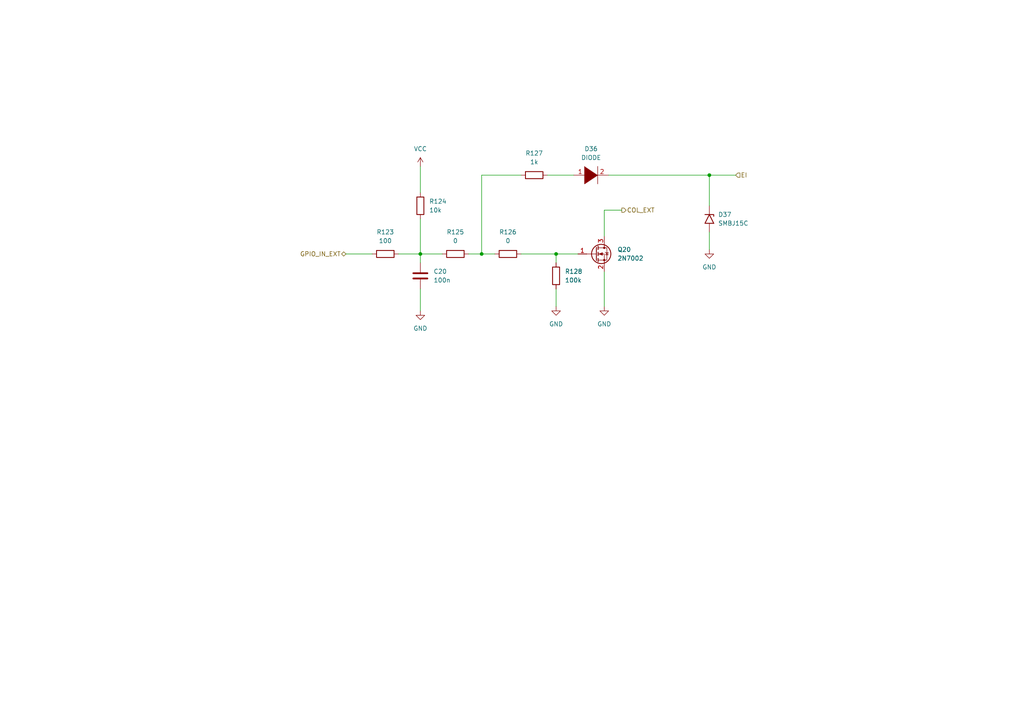
<source format=kicad_sch>
(kicad_sch (version 20211123) (generator eeschema)
  (paper "A4")
  (lib_symbols
    (symbol "Device:C" (pin_numbers hide) (pin_names (offset 0.254))
      (property "Reference" "C" (at 0.635 2.54 0))
      (property "Value" "C" (at 0.635 -2.54 0))
      (symbol "C_0_1"
        (polyline (pts (xy -2.032 -0.762) (xy 2.032 -0.762)) (stroke (width 0.508)))
        (polyline (pts (xy -2.032 0.762) (xy 2.032 0.762)) (stroke (width 0.508)))
      )
      (symbol "C_1_1"
        (pin passive line (at 0 3.81 270) (length 2.794) (name "~") (number "1"))
        (pin passive line (at 0 -3.81 90) (length 2.794) (name "~") (number "2"))
      )
    )
    (symbol "Device:R" (pin_numbers hide) (pin_names (offset 0))
      (property "Reference" "R" (at 2.032 0 90))
      (property "Value" "R" (at 0 0 90))
      (symbol "R_0_1"
        (rectangle (start -1.016 -2.54) (end 1.016 2.54) (stroke (width 0.254)))
      )
      (symbol "R_1_1"
        (pin passive line (at 0 3.81 270) (length 1.27) (name "~") (number "1"))
        (pin passive line (at 0 -3.81 90) (length 1.27) (name "~") (number "2"))
      )
    )
    (symbol "Diode:SM6T7V5A" (pin_numbers hide) (pin_names (offset 1.016) hide)
      (property "Reference" "D" (at 0 2.54 0))
      (property "Value" "SM6T7V5A" (at 0 -2.54 0))
      (symbol "SM6T7V5A_0_1"
        (polyline (pts (xy -0.762 1.27) (xy -1.27 1.27) (xy -1.27 -1.27)) (stroke (width 0.254)))
        (polyline (pts (xy 1.27 1.27) (xy 1.27 -1.27) (xy -1.27 0) (xy 1.27 1.27)) (stroke (width 0.254)))
      )
      (symbol "SM6T7V5A_1_1"
        (pin passive line (at -3.81 0 0) (length 2.54) (name "A1") (number "1"))
        (pin passive line (at 3.81 0 180) (length 2.54) (name "A2") (number "2"))
      )
    )
    (symbol "Transistor_FET:2N7002" (pin_names hide)
      (property "Reference" "Q" (at 5.08 1.905 0))
      (property "Value" "2N7002" (at 5.08 0 0))
      (symbol "2N7002_0_1"
        (polyline (pts (xy 0.254 0) (xy -2.54 0)))
        (polyline (pts (xy 0.254 1.905) (xy 0.254 -1.905)) (stroke (width 0.254)))
        (polyline (pts (xy 0.762 -1.27) (xy 0.762 -2.286)) (stroke (width 0.254)))
        (polyline (pts (xy 0.762 0.508) (xy 0.762 -0.508)) (stroke (width 0.254)))
        (polyline (pts (xy 0.762 2.286) (xy 0.762 1.27)) (stroke (width 0.254)))
        (polyline (pts (xy 2.54 2.54) (xy 2.54 1.778)))
        (polyline (pts (xy 2.54 -2.54) (xy 2.54 0) (xy 0.762 0)))
        (polyline (pts (xy 0.762 -1.778) (xy 3.302 -1.778) (xy 3.302 1.778) (xy 0.762 1.778)))
        (polyline (pts (xy 1.016 0) (xy 2.032 0.381) (xy 2.032 -0.381) (xy 1.016 0)) (fill (type outline)))
        (polyline (pts (xy 2.794 0.508) (xy 2.921 0.381) (xy 3.683 0.381) (xy 3.81 0.254)))
        (polyline (pts (xy 3.302 0.381) (xy 2.921 -0.254) (xy 3.683 -0.254) (xy 3.302 0.381)))
        (circle (center 1.651 0) (radius 2.794) (stroke (width 0.254)))
        (circle (center 2.54 -1.778) (radius 0.254) (fill (type outline)))
        (circle (center 2.54 1.778) (radius 0.254) (fill (type outline)))
      )
      (symbol "2N7002_1_1"
        (pin input line (at -5.08 0 0) (length 2.54) (name "G") (number "1"))
        (pin passive line (at 2.54 -5.08 90) (length 2.54) (name "S") (number "2"))
        (pin passive line (at 2.54 5.08 270) (length 2.54) (name "D") (number "3"))
      )
    )
    (symbol "power:GND" (power) (pin_names (offset 0))
      (property "Value" "GND" (at 0 -3.81 0))
      (symbol "GND_0_1"
        (polyline (pts (xy 0 0) (xy 0 -1.27) (xy 1.27 -1.27) (xy 0 -2.54) (xy -1.27 -1.27) (xy 0 -1.27)))
      )
      (symbol "GND_1_1"
        (pin power_in line (at 0 0 270) (length 0) hide (name "GND") (number "1"))
      )
    )
    (symbol "power:VCC" (power) (pin_names (offset 0))
      (property "Value" "VCC" (at 0 3.81 0))
      (symbol "VCC_0_1"
        (polyline (pts (xy -0.762 1.27) (xy 0 2.54)))
        (polyline (pts (xy 0 0) (xy 0 2.54)))
        (polyline (pts (xy 0 2.54) (xy 0.762 1.27)))
      )
      (symbol "VCC_1_1"
        (pin power_in line (at 0 0 90) (length 0) hide (name "VCC") (number "1"))
      )
    )
    (symbol "pspice:DIODE" (pin_names (offset 1.016) hide)
      (property "Reference" "D" (at 0 3.81 0))
      (property "Value" "DIODE" (at 0 -4.445 0))
      (symbol "DIODE_0_1"
        (polyline (pts (xy 1.905 2.54) (xy 1.905 -2.54)))
        (polyline (pts (xy -1.905 2.54) (xy -1.905 -2.54) (xy 1.905 0)) (fill (type outline)))
      )
      (symbol "DIODE_1_1"
        (pin input line (at -5.08 0 0) (length 3.81) (name "K") (number "1"))
        (pin input line (at 5.08 0 180) (length 3.81) (name "A") (number "2"))
      )
    )
  )
  (junction (at 121.92 73.66))
  (junction (at 205.74 50.8))
  (junction (at 161.29 73.66))
  (junction (at 139.7 73.66))
  (wire (pts (xy 121.92 48.26) (xy 121.92 55.88)))
  (wire (pts (xy 139.7 73.66) (xy 139.7 50.8)))
  (wire (pts (xy 121.92 63.5) (xy 121.92 73.66)))
  (wire (pts (xy 161.29 83.82) (xy 161.29 88.9)))
  (wire (pts (xy 161.29 73.66) (xy 161.29 76.2)))
  (wire (pts (xy 121.92 73.66) (xy 121.92 76.2)))
  (wire (pts (xy 139.7 50.8) (xy 151.13 50.8)))
  (wire (pts (xy 205.74 50.8) (xy 205.74 59.69)))
  (wire (pts (xy 205.74 67.31) (xy 205.74 72.39)))
  (wire (pts (xy 176.53 50.8) (xy 205.74 50.8)))
  (wire (pts (xy 151.13 73.66) (xy 161.29 73.66)))
  (wire (pts (xy 139.7 73.66) (xy 143.51 73.66)))
  (wire (pts (xy 175.26 60.96) (xy 180.34 60.96)))
  (wire (pts (xy 161.29 73.66) (xy 167.64 73.66)))
  (wire (pts (xy 158.75 50.8) (xy 166.37 50.8)))
  (wire (pts (xy 135.89 73.66) (xy 139.7 73.66)))
  (wire (pts (xy 175.26 68.58) (xy 175.26 60.96)))
  (wire (pts (xy 121.92 83.82) (xy 121.92 90.17)))
  (wire (pts (xy 121.92 73.66) (xy 128.27 73.66)))
  (wire (pts (xy 205.74 50.8) (xy 213.36 50.8)))
  (wire (pts (xy 100.33 73.66) (xy 107.95 73.66)))
  (wire (pts (xy 175.26 78.74) (xy 175.26 88.9)))
  (wire (pts (xy 115.57 73.66) (xy 121.92 73.66)))
  (hierarchical_label "EI" (shape input) (at 213.36 50.8 0))
  (hierarchical_label "GPIO_IN_EXT" (shape bidirectional) (at 100.33 73.66 180))
  (hierarchical_label "COL_EXT" (shape output) (at 180.34 60.96 0))
  (symbol (lib_id "Device:C") (at 121.92 80.01 0)
    (property "Reference" "C20" (at 125.73 78.7399 0) (effects (justify left)))
    (property "Value" "100n" (at 125.73 81.2799 0) (effects (justify left)))
    (property "Footprint" "Capacitor_SMD:C_0805_2012Metric_Pad1.18x1.45mm_HandSolder" (effects hide))
  )
  (symbol (lib_id "power:GND") (at 121.92 90.17 0)
    (property "Reference" "#PWR0245" (effects hide))
    (property "Value" "GND" (at 121.92 95.25 0))
  )
  (symbol (lib_id "Device:R") (at 111.76 73.66 90)
    (property "Reference" "R123" (at 111.76 67.31 90))
    (property "Value" "100" (at 111.76 69.85 90))
    (property "Footprint" "Resistor_SMD:R_0805_2012Metric_Pad1.20x1.40mm_HandSolder" (effects hide))
  )
  (symbol (lib_id "power:VCC") (at 121.92 48.26 0)
    (property "Reference" "#PWR0246" (effects hide))
    (property "Value" "VCC" (at 121.92 43.18 0))
  )
  (symbol (lib_id "Device:R") (at 121.92 59.69 0)
    (property "Reference" "R124" (at 124.46 58.4199 0) (effects (justify left)))
    (property "Value" "10k" (at 124.46 60.9599 0) (effects (justify left)))
    (property "Footprint" "Resistor_SMD:R_0805_2012Metric_Pad1.20x1.40mm_HandSolder" (effects hide))
  )
  (symbol (lib_id "Device:R") (at 154.94 50.8 90)
    (property "Reference" "R127" (at 154.94 44.45 90))
    (property "Value" "1k" (at 154.94 46.99 90))
    (property "Footprint" "Resistor_SMD:R_0805_2012Metric_Pad1.20x1.40mm_HandSolder" (effects hide))
  )
  (symbol (lib_id "power:GND") (at 205.74 72.39 0)
    (property "Reference" "#PWR06" (effects hide))
    (property "Value" "GND" (at 205.74 77.47 0))
  )
  (symbol (lib_id "Transistor_FET:2N7002") (at 172.72 73.66 0)
    (property "Reference" "Q20" (at 179.07 72.3899 0) (effects (justify left)))
    (property "Value" "2N7002" (at 179.07 74.9299 0) (effects (justify left)))
    (property "Footprint" "Package_TO_SOT_SMD:SOT-23" (effects hide))
    (property "Datasheet" "https://www.onsemi.com/pub/Collateral/NDS7002A-D.PDF" (effects hide))
  )
  (symbol (lib_id "power:GND") (at 161.29 88.9 0)
    (property "Reference" "#PWR0247" (effects hide))
    (property "Value" "GND" (at 161.29 93.98 0))
  )
  (symbol (lib_id "power:GND") (at 175.26 88.9 0)
    (property "Reference" "#PWR0248" (effects hide))
    (property "Value" "GND" (at 175.26 93.98 0))
  )
  (symbol (lib_id "Device:R") (at 147.32 73.66 90)
    (property "Reference" "R126" (at 147.32 67.31 90))
    (property "Value" "0" (at 147.32 69.85 90))
    (property "Footprint" "Resistor_SMD:R_0805_2012Metric_Pad1.20x1.40mm_HandSolder" (effects hide))
  )
  (symbol (lib_id "Device:R") (at 161.29 80.01 0)
    (property "Reference" "R128" (at 163.83 78.7399 0) (effects (justify left)))
    (property "Value" "100k" (at 163.83 81.2799 0) (effects (justify left)))
    (property "Footprint" "Resistor_SMD:R_0805_2012Metric_Pad1.20x1.40mm_HandSolder" (effects hide))
  )
  (symbol (lib_id "Diode:SM6T7V5A") (at 205.74 63.5 270)
    (property "Reference" "D37" (at 208.28 62.2299 90) (effects (justify left)))
    (property "Value" "SMBJ15C" (at 208.28 64.7699 90) (effects (justify left)))
    (property "Footprint" "transils:D_SMBJ_SMA-SMB_Universal_Handsoldering" (effects hide))
    (property "Datasheet" "https://www.st.com/resource/en/datasheet/sm6t.pdf" (effects hide))
  )
  (symbol (lib_id "Device:R") (at 132.08 73.66 90)
    (property "Reference" "R125" (at 132.08 67.31 90))
    (property "Value" "0" (at 132.08 69.85 90))
    (property "Footprint" "Resistor_SMD:R_0805_2012Metric_Pad1.20x1.40mm_HandSolder" (effects hide))
  )
  (symbol (lib_id "pspice:DIODE") (at 171.45 50.8 0)
    (property "Reference" "D36" (at 171.45 43.18 0))
    (property "Value" "DIODE" (at 171.45 45.72 0))
    (property "Footprint" "Diode_SMD:D_MiniMELF" (effects hide))
  )
)
</source>
